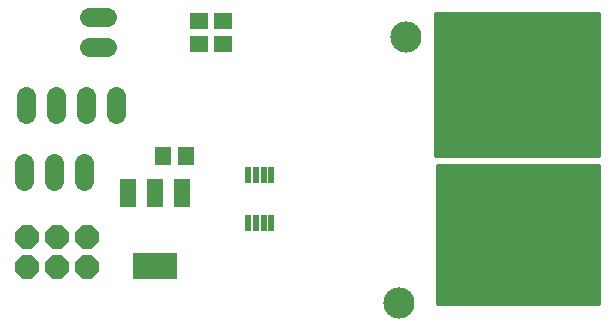
<source format=gbs>
G75*
%MOIN*%
%OFA0B0*%
%FSLAX24Y24*%
%IPPOS*%
%LPD*%
%AMOC8*
5,1,8,0,0,1.08239X$1,22.5*
%
%ADD10C,0.1040*%
%ADD11C,0.0100*%
%ADD12OC8,0.0780*%
%ADD13R,0.0520X0.0920*%
%ADD14R,0.1457X0.0906*%
%ADD15R,0.0631X0.0552*%
%ADD16R,0.0217X0.0552*%
%ADD17R,0.0552X0.0631*%
%ADD18C,0.3583*%
%ADD19C,0.0640*%
D10*
X017318Y001109D03*
X017547Y009976D03*
D11*
X018518Y010009D02*
X023968Y010009D01*
X023968Y009911D02*
X018518Y009911D01*
X018518Y009812D02*
X023968Y009812D01*
X023968Y009714D02*
X018518Y009714D01*
X018518Y009615D02*
X023968Y009615D01*
X023968Y009517D02*
X018518Y009517D01*
X018518Y009418D02*
X023968Y009418D01*
X023968Y009320D02*
X018518Y009320D01*
X018518Y009221D02*
X023968Y009221D01*
X023968Y009123D02*
X018518Y009123D01*
X018518Y009024D02*
X023968Y009024D01*
X023968Y008926D02*
X018518Y008926D01*
X018518Y008827D02*
X023968Y008827D01*
X023968Y008729D02*
X018518Y008729D01*
X018518Y008630D02*
X023968Y008630D01*
X023968Y008532D02*
X018518Y008532D01*
X018518Y008433D02*
X023968Y008433D01*
X023968Y008335D02*
X018518Y008335D01*
X018518Y008236D02*
X023968Y008236D01*
X023968Y008138D02*
X018518Y008138D01*
X018518Y008039D02*
X023968Y008039D01*
X023968Y007941D02*
X018518Y007941D01*
X018518Y007842D02*
X023968Y007842D01*
X023968Y007744D02*
X018518Y007744D01*
X018518Y007645D02*
X023968Y007645D01*
X023968Y007547D02*
X018518Y007547D01*
X018518Y007448D02*
X023968Y007448D01*
X023968Y007350D02*
X018518Y007350D01*
X018518Y007251D02*
X023968Y007251D01*
X023968Y007153D02*
X018518Y007153D01*
X018518Y007054D02*
X023968Y007054D01*
X023968Y006956D02*
X018518Y006956D01*
X018518Y006857D02*
X023968Y006857D01*
X023968Y006759D02*
X018518Y006759D01*
X018518Y006660D02*
X023968Y006660D01*
X023968Y006562D02*
X018518Y006562D01*
X018518Y006463D02*
X023968Y006463D01*
X023968Y006365D02*
X018518Y006365D01*
X018518Y006266D02*
X023968Y006266D01*
X023968Y006168D02*
X018518Y006168D01*
X018518Y006069D02*
X023968Y006069D01*
X023968Y006009D02*
X018518Y006009D01*
X018518Y010759D01*
X023968Y010759D01*
X023968Y006009D01*
X023968Y005709D02*
X023968Y001059D01*
X018568Y001059D01*
X018568Y005709D01*
X023968Y005709D01*
X023968Y005675D02*
X018568Y005675D01*
X018568Y005577D02*
X023968Y005577D01*
X023968Y005478D02*
X018568Y005478D01*
X018568Y005380D02*
X023968Y005380D01*
X023968Y005281D02*
X018568Y005281D01*
X018568Y005183D02*
X023968Y005183D01*
X023968Y005084D02*
X018568Y005084D01*
X018568Y004986D02*
X023968Y004986D01*
X023968Y004887D02*
X018568Y004887D01*
X018568Y004789D02*
X023968Y004789D01*
X023968Y004690D02*
X018568Y004690D01*
X018568Y004592D02*
X023968Y004592D01*
X023968Y004493D02*
X018568Y004493D01*
X018568Y004395D02*
X023968Y004395D01*
X023968Y004296D02*
X018568Y004296D01*
X018568Y004198D02*
X023968Y004198D01*
X023968Y004099D02*
X018568Y004099D01*
X018568Y004001D02*
X023968Y004001D01*
X023968Y003902D02*
X018568Y003902D01*
X018568Y003804D02*
X023968Y003804D01*
X023968Y003705D02*
X018568Y003705D01*
X018568Y003607D02*
X023968Y003607D01*
X023968Y003508D02*
X018568Y003508D01*
X018568Y003410D02*
X023968Y003410D01*
X023968Y003311D02*
X018568Y003311D01*
X018568Y003213D02*
X023968Y003213D01*
X023968Y003114D02*
X018568Y003114D01*
X018568Y003016D02*
X023968Y003016D01*
X023968Y002917D02*
X018568Y002917D01*
X018568Y002819D02*
X023968Y002819D01*
X023968Y002720D02*
X018568Y002720D01*
X018568Y002622D02*
X023968Y002622D01*
X023968Y002523D02*
X018568Y002523D01*
X018568Y002425D02*
X023968Y002425D01*
X023968Y002326D02*
X018568Y002326D01*
X018568Y002228D02*
X023968Y002228D01*
X023968Y002129D02*
X018568Y002129D01*
X018568Y002031D02*
X023968Y002031D01*
X023968Y001932D02*
X018568Y001932D01*
X018568Y001834D02*
X023968Y001834D01*
X023968Y001735D02*
X018568Y001735D01*
X018568Y001637D02*
X023968Y001637D01*
X023968Y001538D02*
X018568Y001538D01*
X018568Y001440D02*
X023968Y001440D01*
X023968Y001341D02*
X018568Y001341D01*
X018568Y001243D02*
X023968Y001243D01*
X023968Y001144D02*
X018568Y001144D01*
X018518Y010108D02*
X023968Y010108D01*
X023968Y010206D02*
X018518Y010206D01*
X018518Y010305D02*
X023968Y010305D01*
X023968Y010403D02*
X018518Y010403D01*
X018518Y010502D02*
X023968Y010502D01*
X023968Y010600D02*
X018518Y010600D01*
X018518Y010699D02*
X023968Y010699D01*
D12*
X004918Y002309D03*
X005918Y002309D03*
X006918Y002309D03*
X006918Y003309D03*
X005918Y003309D03*
X004918Y003309D03*
D13*
X008258Y004779D03*
X009168Y004779D03*
X010078Y004779D03*
D14*
X009168Y002339D03*
D15*
X010637Y009735D03*
X011429Y009735D03*
X011429Y010483D03*
X010637Y010483D03*
D16*
X012284Y005366D03*
X012540Y005366D03*
X012796Y005366D03*
X013052Y005366D03*
X013052Y003752D03*
X012796Y003752D03*
X012540Y003752D03*
X012284Y003752D03*
D17*
X010192Y006009D03*
X009444Y006009D03*
D18*
X021466Y008819D03*
X021466Y002913D03*
D19*
X007868Y007409D02*
X007868Y008009D01*
X006868Y008009D02*
X006868Y007409D01*
X005868Y007409D02*
X005868Y008009D01*
X004868Y008009D02*
X004868Y007409D01*
X004818Y005759D02*
X004818Y005159D01*
X005818Y005159D02*
X005818Y005759D01*
X006818Y005759D02*
X006818Y005159D01*
X006989Y009625D02*
X007589Y009625D01*
X007589Y010625D02*
X006989Y010625D01*
M02*

</source>
